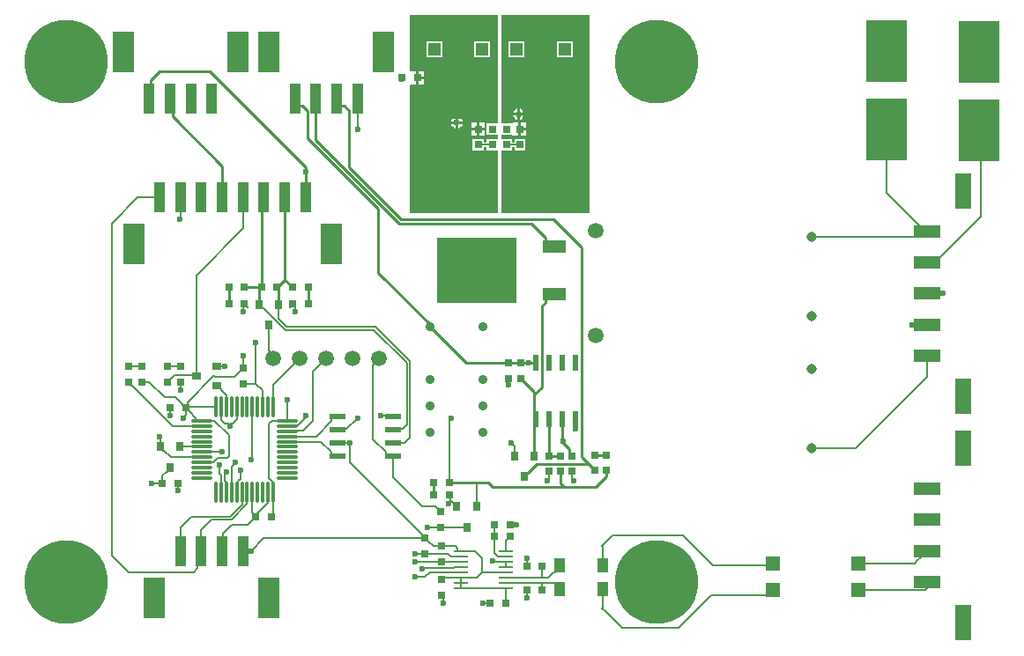
<source format=gtl>
G04*
G04 #@! TF.GenerationSoftware,Altium Limited,Altium Designer,19.0.15 (446)*
G04*
G04 Layer_Physical_Order=1*
G04 Layer_Color=255*
%FSLAX25Y25*%
%MOIN*%
G70*
G01*
G75*
%ADD12C,0.00600*%
%ADD18C,0.01000*%
%ADD44R,0.10000X0.05000*%
%ADD45R,0.06496X0.13504*%
%ADD46R,0.02953X0.03150*%
%ADD47R,0.03937X0.11811*%
%ADD48R,0.07874X0.15748*%
%ADD49R,0.03150X0.02953*%
%ADD50R,0.05512X0.05512*%
%ADD51R,0.04331X0.05315*%
%ADD52O,0.08268X0.01181*%
%ADD53O,0.01181X0.08268*%
%ADD54R,0.02756X0.03543*%
%ADD55R,0.15748X0.23622*%
%ADD56R,0.03543X0.02756*%
%ADD57R,0.08661X0.04724*%
%ADD58R,0.30000X0.25000*%
%ADD59R,0.02362X0.06102*%
%ADD60R,0.05500X0.01100*%
%ADD61R,0.06102X0.02362*%
%ADD62R,0.04724X0.04724*%
%ADD63R,0.14173X0.04724*%
%ADD64C,0.31496*%
%ADD65C,0.05906*%
%ADD66C,0.03838*%
%ADD67C,0.03543*%
%ADD68C,0.02362*%
G36*
X-58071Y75669D02*
X-58160Y75206D01*
X-58571Y75206D01*
X-62313D01*
Y70857D01*
X-58160Y70857D01*
X-58071Y70394D01*
Y69764D01*
X-58160Y69301D01*
X-58571Y69301D01*
X-62313D01*
Y68044D01*
X-63475D01*
Y69301D01*
X-67628D01*
Y64951D01*
X-63475D01*
Y66208D01*
X-62313D01*
Y64951D01*
X-58160Y64951D01*
X-58071Y64488D01*
Y41339D01*
X-91535D01*
Y89749D01*
X-91158Y90043D01*
X-91035Y90043D01*
X-89083D01*
Y92520D01*
Y94996D01*
X-91035D01*
X-91158Y94996D01*
X-91535Y95291D01*
Y116142D01*
X-58071D01*
Y75669D01*
D02*
G37*
G36*
X-23425Y41339D02*
X-56890D01*
Y64488D01*
X-56801Y64951D01*
X-56390Y64951D01*
X-52648D01*
Y66208D01*
X-51880D01*
Y64951D01*
X-47727D01*
Y69301D01*
X-51880D01*
Y68044D01*
X-52648D01*
Y69301D01*
X-56801Y69301D01*
X-56890Y69764D01*
Y70394D01*
X-56801Y70857D01*
X-56390Y70857D01*
X-52780D01*
X-52648Y70857D01*
X-52280Y70539D01*
Y70457D01*
X-50303D01*
Y73032D01*
Y75606D01*
X-52280D01*
Y75524D01*
X-52648Y75206D01*
X-52780Y75206D01*
X-56801Y75206D01*
X-56890Y75669D01*
Y116142D01*
X-23425D01*
Y41339D01*
D02*
G37*
%LPC*%
G36*
X-61014Y106309D02*
X-66939D01*
Y100384D01*
X-61014D01*
Y106309D01*
D02*
G37*
G36*
X-79124D02*
X-85049D01*
Y100384D01*
X-79124D01*
Y106309D01*
D02*
G37*
G36*
X-88083Y94996D02*
Y93020D01*
X-86008D01*
Y94996D01*
X-88083D01*
D02*
G37*
G36*
X-86008Y92020D02*
X-88083D01*
Y90043D01*
X-86008D01*
Y92020D01*
D02*
G37*
G36*
X-73122Y77648D02*
Y76024D01*
X-71498D01*
X-71567Y76375D01*
X-72050Y77096D01*
X-72771Y77578D01*
X-73122Y77648D01*
D02*
G37*
G36*
X-74122D02*
X-74473Y77578D01*
X-75195Y77096D01*
X-75677Y76375D01*
X-75746Y76024D01*
X-74122D01*
Y77648D01*
D02*
G37*
G36*
X-63075Y75606D02*
X-65051D01*
Y73532D01*
X-63075D01*
Y75606D01*
D02*
G37*
G36*
X-66051D02*
X-68028D01*
Y73532D01*
X-66051D01*
Y75606D01*
D02*
G37*
G36*
X-71498Y75024D02*
X-73122D01*
Y73399D01*
X-72771Y73469D01*
X-72050Y73951D01*
X-71567Y74673D01*
X-71498Y75024D01*
D02*
G37*
G36*
X-74122D02*
X-75746D01*
X-75677Y74673D01*
X-75195Y73951D01*
X-74473Y73469D01*
X-74122Y73399D01*
Y75024D01*
D02*
G37*
G36*
X-63075Y72531D02*
X-65051D01*
Y70457D01*
X-63075D01*
Y72531D01*
D02*
G37*
G36*
X-66051D02*
X-68028D01*
Y70457D01*
X-66051D01*
Y72531D01*
D02*
G37*
G36*
X-29912Y106309D02*
X-35836D01*
Y100384D01*
X-29912D01*
Y106309D01*
D02*
G37*
G36*
X-48022D02*
X-53947D01*
Y100384D01*
X-48022D01*
Y106309D01*
D02*
G37*
G36*
X-49697Y80865D02*
Y79240D01*
X-48072D01*
X-48142Y79591D01*
X-48624Y80313D01*
X-49346Y80795D01*
X-49697Y80865D01*
D02*
G37*
G36*
X-50697D02*
X-51048Y80795D01*
X-51769Y80313D01*
X-52251Y79591D01*
X-52321Y79240D01*
X-50697D01*
Y80865D01*
D02*
G37*
G36*
X-48072Y78240D02*
X-49697D01*
Y76616D01*
X-49346Y76686D01*
X-48624Y77168D01*
X-48142Y77889D01*
X-48072Y78240D01*
D02*
G37*
G36*
X-50697D02*
X-52321D01*
X-52251Y77889D01*
X-51769Y77168D01*
X-51048Y76686D01*
X-50697Y76616D01*
Y78240D01*
D02*
G37*
G36*
X-47327Y75606D02*
X-49303D01*
Y73532D01*
X-47327D01*
Y75606D01*
D02*
G37*
G36*
Y72531D02*
X-49303D01*
Y70457D01*
X-47327D01*
Y72531D01*
D02*
G37*
%LPD*%
D12*
X-54983Y-94686D02*
X-54733Y-94436D01*
X104319Y-20681D02*
Y-12849D01*
X77126Y-47874D02*
X104319Y-20681D01*
X60630Y-47874D02*
X77126D01*
X-159449Y-38386D02*
X-158465D01*
X101202Y32126D02*
X103471Y34395D01*
X60630Y32126D02*
X101202D01*
X98425Y-1181D02*
X104176D01*
X104319Y-1038D01*
X96593Y41273D02*
X103471Y34395D01*
X96522Y41273D02*
X96593D01*
X88779Y49016D02*
Y72835D01*
Y49016D02*
X96522Y41273D01*
X103471Y34395D02*
X104319D01*
Y10773D02*
X110236D01*
X124521Y39875D02*
Y72638D01*
X106299Y21654D02*
X124521Y39875D01*
X-85630Y-81693D02*
X-85492D01*
X-146653D02*
X-85630D01*
X-114173Y-53012D02*
X-85492Y-81693D01*
X-114173Y-53012D02*
Y-45807D01*
X-69882Y-77756D02*
X-68898D01*
X-79724D02*
X-69882D01*
X-84646D02*
X-79724D01*
X43878Y-103347D02*
X45768Y-101457D01*
X22638Y-103347D02*
X43878D01*
X10276Y-115708D02*
X22638Y-103347D01*
X-11260Y-115708D02*
X10276D01*
X23329Y-92227D02*
X44998D01*
X11811Y-80709D02*
X23329Y-92227D01*
X-14764Y-80709D02*
X11811D01*
X-17426Y-109543D02*
X-11260Y-115708D01*
X-17426Y-109543D02*
Y-109444D01*
X-18602Y-108268D02*
X-17426Y-109444D01*
X-18701Y-108268D02*
X-18602D01*
X-17426Y-83371D02*
X-14764Y-80709D01*
X-17426Y-83469D02*
Y-83371D01*
X-18602Y-84646D02*
X-17426Y-83469D01*
X-18701Y-84646D02*
X-18602D01*
X-18701Y-108268D02*
X-18504Y-108071D01*
Y-101085D01*
X-181890Y-51181D02*
X-170079D01*
X-184355Y-48716D02*
X-181890Y-51181D01*
X-184749Y-48716D02*
X-184355D01*
X-185827Y-47638D02*
X-184749Y-48716D01*
X-185827Y-47638D02*
Y-47244D01*
X-53150Y-45807D02*
X-51772Y-47185D01*
Y-50591D02*
Y-47185D01*
X-60039Y-90551D02*
X-59845Y-90746D01*
X-54983D01*
Y-92716D02*
Y-90746D01*
X-75787Y-36894D02*
Y-36417D01*
X-76378Y-37485D02*
X-75787Y-36894D01*
X-76378Y-60630D02*
Y-37485D01*
X-66142Y-60827D02*
X-65945Y-60630D01*
X-66142Y-69882D02*
Y-60827D01*
X-75609Y-67895D02*
X-75094Y-68410D01*
X-76125Y-67379D02*
X-75609Y-67895D01*
X-76612Y-68898D02*
X-75609Y-67895D01*
X-76772Y-68898D02*
X-76612D01*
X-73622Y-69882D02*
Y-69488D01*
X-74700Y-68410D02*
X-73622Y-69488D01*
X-75094Y-68410D02*
X-74700D01*
X-76125Y-67379D02*
Y-65608D01*
X-76378Y-65354D02*
X-76125Y-65608D01*
X-130906Y-36163D02*
Y-35433D01*
X-134113Y-39370D02*
X-130906Y-36163D01*
X-127953Y-37402D02*
Y-18701D01*
X-131779Y-41227D02*
X-127953Y-37402D01*
X-137684Y-41227D02*
X-131779D01*
X-137795Y-39370D02*
X-134113D01*
X-184055Y-28543D02*
X-180118D01*
X-177456Y-31205D01*
Y-31304D02*
Y-31205D01*
Y-31304D02*
X-176279Y-32480D01*
X-176181D01*
X-189961Y-22638D02*
X-184055Y-28543D01*
X-192913Y-22638D02*
X-189961D01*
X-177165Y-36169D02*
X-176181Y-35185D01*
X-177165Y-36417D02*
Y-36169D01*
X-176181Y-35185D02*
Y-32480D01*
X-165276Y-37402D02*
X-159843Y-42835D01*
X-170079Y-37402D02*
X-165276D01*
X-159843Y-50591D02*
Y-42835D01*
X-160546Y-51294D02*
X-159843Y-50591D01*
X-164153Y-51294D02*
X-160546D01*
X-165898Y-53038D02*
X-164153Y-51294D01*
X-169968Y-53038D02*
X-165898D01*
X-170079Y-53150D02*
X-169968Y-53038D01*
X-163386Y-57345D02*
Y-54134D01*
Y-57345D02*
X-162795Y-57936D01*
Y-64370D02*
Y-57936D01*
X-170079Y-49213D02*
X-162402D01*
X-161305Y-57007D02*
X-160887Y-56590D01*
X-158806Y-54767D02*
X-157480Y-53442D01*
X-158806Y-64318D02*
Y-54767D01*
X-155512Y-59309D02*
Y-56221D01*
X-161305Y-60192D02*
Y-57007D01*
X-156412Y-63892D02*
Y-60209D01*
X-155512Y-59309D01*
X-156890Y-64370D02*
X-156412Y-63892D01*
X-158858Y-64370D02*
X-158806Y-64318D01*
X-160827Y-64370D02*
Y-60669D01*
X-161305Y-60192D02*
X-160827Y-60669D01*
X-157480Y-53442D02*
Y-53150D01*
X-137795Y-29528D02*
X-137795Y-29528D01*
Y-37402D02*
Y-29528D01*
X-118585Y-40495D02*
X-115298D01*
X-118898Y-40807D02*
X-118585Y-40495D01*
X-115298D02*
X-111221Y-36417D01*
X-162246Y-86458D02*
Y-80160D01*
X-158858Y-76772D01*
X-162402Y-86614D02*
X-162246Y-86458D01*
X-158858Y-76772D02*
X-152775D01*
X-150881Y-74878D01*
Y-74779D01*
X-149705Y-73603D01*
X-149606D01*
X-149705Y-73201D02*
X-145079Y-68575D01*
Y-64370D01*
X-105315Y-44291D02*
X-100371Y-49235D01*
Y-49926D02*
Y-49235D01*
Y-49926D02*
X-99490Y-50807D01*
X-97638D01*
X-105315Y-44291D02*
Y-16448D01*
X-103032Y-14164D01*
Y-13780D01*
X-151453Y-52165D02*
Y-51688D01*
X-150984Y-51220D01*
Y-32087D01*
X-154528Y-17362D02*
Y-12795D01*
X-149661Y-23268D02*
Y-7874D01*
X-154528Y-23268D02*
X-149661D01*
X-147047Y-25881D01*
X-111221Y73032D02*
Y84646D01*
X-147047Y-32087D02*
Y-25881D01*
X-175787Y-32087D02*
X-175495Y-31794D01*
X-176181Y-32480D02*
X-175787Y-32087D01*
X-165106Y-20563D02*
X-165000Y-20669D01*
X-165603Y-20563D02*
X-165106D01*
X-175495Y-30455D02*
X-165603Y-20563D01*
X-175495Y-31794D02*
Y-30455D01*
X-165000Y-20669D02*
X-157835D01*
X-155802Y-18637D01*
X-155704D01*
X-154528Y-17461D01*
Y-17362D01*
X-160887Y-32026D02*
Y-27696D01*
X-162898Y-25684D02*
X-160887Y-27696D01*
Y-32026D02*
X-160827Y-32087D01*
X-162795Y-37008D02*
Y-32087D01*
Y-37008D02*
X-161417Y-38386D01*
X-159449Y-39370D02*
Y-38893D01*
X-161417Y-16732D02*
X-161417Y-16732D01*
X-164370Y-16732D02*
X-161417D01*
X-161417Y-38386D02*
X-159941D01*
Y-38401D02*
Y-38386D01*
Y-38401D02*
X-159449Y-38893D01*
X-156890Y-36811D02*
Y-32087D01*
X-158465Y-38386D02*
X-156890Y-36811D01*
X-144685Y-59113D02*
Y-38500D01*
Y-59113D02*
X-143110Y-60687D01*
X-144685Y-38500D02*
X-143587Y-37402D01*
X-143110Y-64370D02*
Y-60687D01*
X-143587Y-37402D02*
X-137795D01*
X-86614Y-69882D02*
X-81693D01*
X-80999Y-70576D01*
X-80901D01*
X-79724Y-71752D01*
Y-71850D02*
Y-71752D01*
X-97638Y-58858D02*
X-86614Y-69882D01*
X-97638Y-58858D02*
Y-50807D01*
X-104948Y-2953D02*
X-92520Y-15382D01*
X-104452Y-1753D02*
X-91320Y-14885D01*
X-94038Y-40412D02*
X-92520Y-38893D01*
X-137994Y-1753D02*
X-104452D01*
X-92520Y-38893D02*
Y-15382D01*
X-93504Y-45807D02*
X-91320Y-43623D01*
Y-14885D01*
X-138491Y-2953D02*
X-104948D01*
X-118898Y-45807D02*
X-114173D01*
X-126903Y-43307D02*
X-121132Y-37537D01*
X-137795Y-43307D02*
X-126903D01*
X-121132Y-37537D02*
Y-36688D01*
X-120251Y-35807D01*
X-118898D01*
X-124934Y-45276D02*
X-121132Y-49077D01*
X-137795Y-45276D02*
X-124934D01*
X-84355Y-82968D02*
X-82480Y-84842D01*
X-84453Y-82968D02*
X-84355D01*
X-85630Y-81791D02*
X-84453Y-82968D01*
X-85630Y-81791D02*
Y-81693D01*
X-82480Y-84842D02*
X-79331D01*
X-151575Y-86614D02*
X-146653Y-81693D01*
X-154528Y-86614D02*
X-154527Y-86614D01*
X-151575D01*
X-179134Y-63892D02*
Y-61024D01*
X-179134Y-61024D01*
X-102362Y-35433D02*
X-98012D01*
X-97638Y-35807D01*
Y-45807D02*
X-93504D01*
X-140945Y1198D02*
X-137994Y-1753D01*
X-140945Y1198D02*
Y6693D01*
X-154528Y3937D02*
Y6201D01*
X-153937Y6791D01*
X-134843Y3937D02*
Y6004D01*
X-135630Y6791D02*
X-134843Y6004D01*
X-146670Y5226D02*
X-138491Y-2953D01*
X-147347Y5226D02*
X-146670D01*
X-148425Y6304D02*
X-147347Y5226D01*
X-148425Y6304D02*
Y6693D01*
X-144685Y-1181D02*
X-143841Y-337D01*
X-136905Y5615D02*
X-135728Y6791D01*
X-136905Y5517D02*
Y5615D01*
X-97242Y-40412D02*
X-94038D01*
X-97638Y-40807D02*
X-97242Y-40412D01*
X-143110Y-32087D02*
Y-23858D01*
X-133031Y-13780D01*
X-127953Y-18701D02*
X-123031Y-13780D01*
X-137795Y-41339D02*
X-137684Y-41227D01*
X-120251Y-50807D02*
X-118898D01*
X-121132Y-49926D02*
X-120251Y-50807D01*
X-121132Y-49926D02*
Y-49077D01*
X-186024Y-43307D02*
X-185827Y-43504D01*
Y-47244D02*
Y-43504D01*
X-178150Y-25684D02*
X-178150Y-25684D01*
X-178150Y-25684D02*
Y-22638D01*
X-154528Y35433D02*
Y47245D01*
X-172244Y17717D02*
X-154528Y35433D01*
X-172244Y-20472D02*
Y17717D01*
X-145332Y-534D02*
X-144685Y-1181D01*
X-152662Y5517D02*
Y5615D01*
X-153839Y6791D02*
X-152662Y5615D01*
X-153937Y6791D02*
X-153839D01*
X-135728D02*
X-135630D01*
X-143032Y-13780D02*
Y-12429D01*
X-144685Y-10775D02*
X-143032Y-12429D01*
X-144685Y-10775D02*
Y-1181D01*
X-83859Y-94686D02*
X-72183D01*
X-85630Y-96457D02*
X-83859Y-94686D01*
X-89567Y-96457D02*
X-85630D01*
X-86614Y-93504D02*
X-86333Y-93223D01*
X-74890D01*
X-74383Y-92716D01*
X-72183D01*
X-89565Y-90748D02*
X-79331D01*
X-89567Y-90746D02*
X-89565Y-90748D01*
X-85630Y-87598D02*
X-76965D01*
X-75787Y-88776D02*
X-72183D01*
X-76965Y-87598D02*
X-75787Y-88776D01*
X-89567Y-87598D02*
X-85630D01*
X-150881Y-72427D02*
X-149705Y-73603D01*
X-150881Y-72427D02*
Y-72178D01*
X-150984Y-72075D02*
X-150881Y-72178D01*
X-150984Y-72075D02*
Y-64370D01*
X-143701Y-73603D02*
X-143110Y-73013D01*
Y-64370D01*
X-181102Y-39370D02*
X-170079D01*
X-196560Y-23913D02*
X-181102Y-39370D01*
X-196658Y-23913D02*
X-196560D01*
X-197835Y-22736D02*
X-196658Y-23913D01*
X-197835Y-22736D02*
Y-22638D01*
X-178346Y-47244D02*
X-170079D01*
X-182087Y-35433D02*
Y-32480D01*
X-182087Y-32480D02*
X-182087Y-32480D01*
X-176181Y-32480D02*
X-176083D01*
X-174906Y-33657D01*
Y-33755D02*
Y-33657D01*
Y-33755D02*
X-172399Y-36263D01*
Y-37133D02*
Y-36263D01*
Y-37133D02*
X-172131Y-37402D01*
X-170079D01*
X-175787Y-32087D02*
X-164764D01*
X-162898Y-25684D02*
Y-25291D01*
X-163976Y-24213D02*
X-162898Y-25291D01*
X-164370Y-24213D02*
X-163976D01*
X-180596Y-20163D02*
X-172554D01*
X-181796Y-21363D02*
X-180596Y-20163D01*
X-181895Y-21363D02*
X-181796D01*
X-183071Y-22539D02*
X-181895Y-21363D01*
X-183071Y-22638D02*
Y-22539D01*
X-172554Y-20163D02*
X-172244Y-20472D01*
X-183071Y-16732D02*
X-178150D01*
X-197835D02*
X-192913D01*
X-178346Y39002D02*
X-178150Y39198D01*
Y47245D01*
X-188976Y-61024D02*
X-185039D01*
Y-58071D01*
X-183558Y-56590D01*
X-183165D01*
X-182087Y-55512D01*
Y-55118D01*
X-194385Y47245D02*
X-186024D01*
X-204228Y37402D02*
X-194385Y47245D01*
X-204228Y-88293D02*
X-197835Y-94686D01*
X-204228Y-88293D02*
Y37402D01*
X-197835Y-94686D02*
X-173228D01*
X-171610Y-87948D02*
X-170276Y-86614D01*
X-171610Y-93068D02*
Y-87948D01*
X-173228Y-94686D02*
X-171610Y-93068D01*
X-178150Y-86614D02*
Y-77756D01*
X-173997Y-73603D01*
X-159355D01*
X-154921Y-69169D01*
Y-64370D01*
X-170276Y-86614D02*
Y-78740D01*
X-166339Y-74803D01*
X-158858D01*
X-152953Y-68898D01*
Y-64370D01*
X-78740Y-106299D02*
Y-103937D01*
X-79331Y-103347D02*
X-78740Y-103937D01*
X-63895Y-106299D02*
X-61024D01*
X-18701Y-84646D02*
X-18504Y-84842D01*
Y-92227D02*
Y-84842D01*
X-47244Y-104331D02*
Y-101378D01*
Y-92520D02*
Y-89568D01*
X-41339Y-96656D02*
X-39075D01*
X-54983D02*
X-41339D01*
Y-92520D02*
X-41339Y-92520D01*
X-41339Y-96656D02*
Y-92520D01*
Y-98626D02*
X-37105D01*
X-54983D02*
X-41339D01*
X-41339Y-98626D01*
Y-101378D02*
Y-98626D01*
X103544Y-101457D02*
X104606Y-100394D01*
X78248Y-101457D02*
X103544D01*
X102106Y-88582D02*
X104606D01*
X99906Y-90782D02*
X102106Y-88582D01*
X99906Y-91105D02*
Y-90782D01*
X99555Y-91457D02*
X99906Y-91105D01*
X78248Y-91457D02*
X99555D01*
X44998Y-92227D02*
X45768Y-91457D01*
X-34646Y-101085D02*
Y-100593D01*
X-36511Y-98727D02*
X-34646Y-100593D01*
X-37003Y-98727D02*
X-36511D01*
X-37105Y-98626D02*
X-37003Y-98727D01*
X-39075Y-96656D02*
X-37003Y-94584D01*
X-36511D01*
X-34646Y-92719D01*
Y-92227D01*
X-79331Y-90748D02*
X-79329Y-90746D01*
X-72183D01*
X-63975Y-94686D02*
Y-89568D01*
X-66738Y-86806D02*
X-63975Y-89568D01*
X-72183Y-86806D02*
X-66738D01*
X-74146Y-84842D02*
X-73281Y-85707D01*
Y-86556D02*
Y-85707D01*
Y-86556D02*
X-73031Y-86806D01*
X-72183D01*
X-79331Y-84842D02*
X-74146D01*
X-72183Y-100596D02*
X-54983D01*
X-72183Y-98626D02*
Y-96656D01*
Y-100596D02*
Y-98626D01*
Y-96656D02*
X-65945D01*
X-78546D02*
X-72183D01*
X-79331Y-97441D02*
X-78546Y-96656D01*
X-65945D02*
X-63975Y-94686D01*
X-54983D01*
X-55118Y-106299D02*
Y-100731D01*
X-54983Y-100596D01*
X-29528Y-60039D02*
Y-59562D01*
X-30118Y-58972D02*
X-29528Y-59562D01*
X-30118Y-58972D02*
Y-56496D01*
X-39370Y-60039D02*
Y-59562D01*
X-38780Y-58972D01*
Y-56496D01*
X-53543Y-76772D02*
X-51181D01*
X-53642Y-81102D02*
X-53543D01*
X-54818Y-82279D02*
X-53642Y-81102D01*
X-54818Y-82466D02*
Y-82279D01*
X-54983Y-82630D02*
X-54818Y-82466D01*
X-54983Y-86806D02*
Y-82630D01*
X-59449Y-81102D02*
Y-76772D01*
Y-87398D02*
Y-81102D01*
X-58071Y-88776D02*
X-54983D01*
X-59449Y-87398D02*
X-58071Y-88776D01*
X-54724Y67126D02*
X-49803D01*
X-65551D02*
X-60236D01*
X124520Y102362D02*
X124521Y102363D01*
X123819Y102362D02*
X124520D01*
X123819Y72638D02*
X124521D01*
D18*
X-103336Y18690D02*
X-82820Y-1825D01*
X-69961Y-15354D02*
X-54134D01*
X-83661Y-1654D02*
X-69961Y-15354D01*
X-103336Y18690D02*
Y43003D01*
X-44291Y-27559D02*
Y-26378D01*
Y-50591D02*
Y-27559D01*
X-41339Y6102D02*
X-40087Y7354D01*
Y8768D01*
X-38225Y10630D01*
X-36811D01*
X-41339Y-24606D02*
Y6102D01*
X-44291Y-27559D02*
X-41339Y-24606D01*
X-33720Y-44985D02*
Y-36614D01*
X-65945Y-60630D02*
X-61927D01*
X-76378D02*
X-65945D01*
X-129724Y6791D02*
Y13189D01*
X-148425Y12303D02*
X-147539Y13189D01*
X-148425Y6693D02*
Y12303D01*
X-141634Y13189D02*
X-140945Y12500D01*
Y6693D02*
Y12500D01*
X-138780Y16043D02*
X-136902Y14165D01*
X-136606D01*
X-135630Y13189D01*
X-140559Y14264D02*
X-138780Y16043D01*
X-140559Y14165D02*
Y14264D01*
X-141535Y13189D02*
X-140559Y14165D01*
X-141634Y13189D02*
X-141535D01*
X-138780Y16043D02*
Y47245D01*
X-147539Y46359D02*
X-146654Y47245D01*
X-147539Y13189D02*
Y46359D01*
X-153937Y13189D02*
X-147539D01*
X-159843Y6791D02*
Y13189D01*
X-162402Y47245D02*
Y59055D01*
X-181172Y77826D02*
X-162402Y59055D01*
X-181172Y77826D02*
Y83732D01*
X-182087Y84646D02*
X-181172Y83732D01*
X-130905Y57087D02*
Y58642D01*
X-186024Y94996D02*
X-167259D01*
X-130905Y58642D01*
X-189554Y91465D02*
X-186024Y94996D01*
X-189554Y85052D02*
Y91465D01*
X-189961Y84646D02*
X-189554Y85052D01*
X-130037Y69703D02*
X-103336Y43003D01*
X-130037Y69703D02*
Y79840D01*
X-131960Y81763D02*
X-130037Y79840D01*
X-133374Y81763D02*
X-131960D01*
X-134843Y83232D02*
X-133374Y81763D01*
X-134843Y83232D02*
Y84646D01*
X-60236Y-62321D02*
X-33152D01*
X-61927Y-60630D02*
X-60236Y-62321D01*
X-82284Y-65354D02*
Y-60630D01*
X-46565Y-15354D02*
X-43720D01*
X-49409D02*
X-46565D01*
X-54134D02*
X-49409D01*
X-43720D02*
X-43720Y-15354D01*
X-48335Y-22335D02*
X-44291Y-26378D01*
X-48433Y-22335D02*
X-48335D01*
X-49409Y-21358D02*
X-48433Y-22335D01*
X-49409Y-21358D02*
Y-21260D01*
X-31095Y-49614D02*
Y-48098D01*
X-33720Y-45472D02*
X-31095Y-48098D01*
Y-49614D02*
X-30118Y-50591D01*
X-38780D02*
X-34449D01*
X-38780D02*
X-38721Y-50532D01*
Y-36614D01*
X-21457Y-50315D02*
X-17126D01*
Y-58465D02*
Y-56221D01*
X-20982Y-62321D02*
X-17126Y-58465D01*
X-33152Y-62321D02*
X-20982D01*
X-34449Y-61024D02*
X-33152Y-62321D01*
X-34449Y-61024D02*
Y-56496D01*
X-26439Y-51238D02*
X-23856Y-53821D01*
X-22532Y-55146D01*
X-43388Y-53821D02*
X-23856D01*
X-46760Y-57193D02*
X-43388Y-53821D01*
X-47153Y-57193D02*
X-46760D01*
X-48031Y-58071D02*
X-47153Y-57193D01*
X-48031Y-58465D02*
Y-58071D01*
X-22532Y-55146D02*
X-22433D01*
X-21457Y-56122D01*
Y-56221D02*
Y-56122D01*
X-26439Y-51238D02*
Y28321D01*
X-37120Y39002D02*
X-26439Y28321D01*
X-94810Y39002D02*
X-37120D01*
X-114289Y58481D02*
X-94810Y39002D01*
X-114289Y58481D02*
Y79840D01*
X-116212Y81763D02*
X-114289Y79840D01*
X-117626Y81763D02*
X-116212D01*
X-119095Y83232D02*
X-117626Y81763D01*
X-119095Y83232D02*
Y84646D01*
X-95473Y37402D02*
X-45472D01*
X-40087Y32016D01*
X-126969Y68898D02*
X-95473Y37402D01*
X-126969Y68898D02*
Y84646D01*
X-40087Y30602D02*
Y32016D01*
Y30602D02*
X-38225Y28740D01*
X-36811D01*
X-130905Y47245D02*
Y57087D01*
X-130906Y47245D02*
X-130905Y47245D01*
D44*
X104331Y-98426D02*
D03*
Y-86615D02*
D03*
Y-74803D02*
D03*
Y-62992D02*
D03*
X104319Y-12849D02*
D03*
Y-1038D02*
D03*
Y10773D02*
D03*
Y22584D02*
D03*
Y34395D02*
D03*
D45*
X117835Y-47677D02*
D03*
Y-113741D02*
D03*
X117823Y49710D02*
D03*
Y-28164D02*
D03*
D46*
X-192913Y-22638D02*
D03*
Y-16732D02*
D03*
X-197835D02*
D03*
Y-22638D02*
D03*
X-85630Y-81693D02*
D03*
Y-87598D02*
D03*
X-154528Y-23268D02*
D03*
Y-17362D02*
D03*
X-79724Y-77756D02*
D03*
Y-71850D02*
D03*
X-178150Y-22638D02*
D03*
Y-16732D02*
D03*
X-183071D02*
D03*
Y-22638D02*
D03*
X-79331Y-90748D02*
D03*
Y-84842D02*
D03*
X-49409Y-15354D02*
D03*
Y-21260D02*
D03*
X-30118Y-50591D02*
D03*
Y-56496D02*
D03*
X-17126Y-56221D02*
D03*
Y-50315D02*
D03*
X-34449Y-56496D02*
D03*
Y-50591D02*
D03*
X-21457Y-50315D02*
D03*
Y-56221D02*
D03*
X-54134Y-15354D02*
D03*
Y-21260D02*
D03*
X-38780Y-50591D02*
D03*
Y-56496D02*
D03*
X-79331Y-97441D02*
D03*
Y-103347D02*
D03*
X-65551Y67126D02*
D03*
Y73032D02*
D03*
X-60236D02*
D03*
Y67126D02*
D03*
X-49803D02*
D03*
Y73032D02*
D03*
X-54724D02*
D03*
Y67126D02*
D03*
D47*
X-162402Y-86614D02*
D03*
X-154528D02*
D03*
X-170276D02*
D03*
X-178150D02*
D03*
X-111221Y84646D02*
D03*
X-119095D02*
D03*
X-134843D02*
D03*
X-126969D02*
D03*
X-166339D02*
D03*
X-174213D02*
D03*
X-189961D02*
D03*
X-182087D02*
D03*
X-186024Y47245D02*
D03*
X-178150D02*
D03*
X-170276D02*
D03*
X-162402D02*
D03*
X-154528D02*
D03*
X-146654D02*
D03*
X-130906D02*
D03*
X-138780D02*
D03*
D48*
X-144685Y-104331D02*
D03*
X-187993D02*
D03*
X-101377Y102363D02*
D03*
X-144685D02*
D03*
X-156496D02*
D03*
X-199804D02*
D03*
X-195867Y29528D02*
D03*
X-121063D02*
D03*
D49*
X-41339Y-92520D02*
D03*
X-47244D02*
D03*
X-41339Y-101378D02*
D03*
X-47244D02*
D03*
X-185039Y-61024D02*
D03*
X-179134D02*
D03*
X-153937Y6791D02*
D03*
X-159843D02*
D03*
Y13189D02*
D03*
X-153937D02*
D03*
X-147539D02*
D03*
X-141634D02*
D03*
X-135630Y6791D02*
D03*
X-129724D02*
D03*
Y13189D02*
D03*
X-135630D02*
D03*
X-88583Y92520D02*
D03*
X-94488D02*
D03*
X-82284Y-65354D02*
D03*
X-76378D02*
D03*
X-82284Y-60630D02*
D03*
X-76378D02*
D03*
X-53543Y-81102D02*
D03*
X-59449D02*
D03*
X-55118Y-106299D02*
D03*
X-61024D02*
D03*
X-59449Y-76772D02*
D03*
X-53543D02*
D03*
X-143701Y-73603D02*
D03*
X-149606D02*
D03*
X-176181Y-32480D02*
D03*
X-182087D02*
D03*
D50*
X45768Y-91457D02*
D03*
Y-101457D02*
D03*
X78248Y-91457D02*
D03*
Y-101457D02*
D03*
D51*
X-34646Y-101085D02*
D03*
X-18504D02*
D03*
Y-92227D02*
D03*
X-34646D02*
D03*
D52*
X-170079Y-37402D02*
D03*
Y-39370D02*
D03*
Y-41339D02*
D03*
Y-43307D02*
D03*
Y-45276D02*
D03*
Y-47244D02*
D03*
Y-49213D02*
D03*
Y-51181D02*
D03*
Y-53150D02*
D03*
Y-55118D02*
D03*
Y-57087D02*
D03*
Y-59055D02*
D03*
X-137795D02*
D03*
Y-57087D02*
D03*
Y-55118D02*
D03*
Y-53150D02*
D03*
Y-51181D02*
D03*
Y-49213D02*
D03*
Y-47244D02*
D03*
Y-45276D02*
D03*
Y-43307D02*
D03*
Y-41339D02*
D03*
Y-39370D02*
D03*
Y-37402D02*
D03*
D53*
X-164764Y-64370D02*
D03*
X-162795D02*
D03*
X-160827D02*
D03*
X-158858D02*
D03*
X-156890D02*
D03*
X-154921D02*
D03*
X-152953D02*
D03*
X-150984D02*
D03*
X-149016D02*
D03*
X-147047D02*
D03*
X-145079D02*
D03*
X-143110D02*
D03*
Y-32087D02*
D03*
X-145079D02*
D03*
X-147047D02*
D03*
X-149016D02*
D03*
X-150984D02*
D03*
X-152953D02*
D03*
X-154921D02*
D03*
X-156890D02*
D03*
X-158858D02*
D03*
X-160827D02*
D03*
X-162795D02*
D03*
X-164764D02*
D03*
D54*
X-178346Y-47244D02*
D03*
X-185827D02*
D03*
X-182087Y-55118D02*
D03*
X-66142Y-69882D02*
D03*
X-73622D02*
D03*
X-69882Y-77756D02*
D03*
X-140945Y6693D02*
D03*
X-148425D02*
D03*
X-144685Y-1181D02*
D03*
X-44291Y-50591D02*
D03*
X-51772D02*
D03*
X-48031Y-58465D02*
D03*
D55*
X123819Y102362D02*
D03*
X88779Y102559D02*
D03*
Y72835D02*
D03*
X123819Y72638D02*
D03*
D56*
X-164370Y-24213D02*
D03*
Y-16732D02*
D03*
X-172244Y-20472D02*
D03*
D57*
X-36811Y28740D02*
D03*
Y10630D02*
D03*
D58*
X-65945Y19685D02*
D03*
D59*
X-43720Y-36614D02*
D03*
X-38721D02*
D03*
X-33720D02*
D03*
X-28721D02*
D03*
Y-15354D02*
D03*
X-33720D02*
D03*
X-38721D02*
D03*
X-43720D02*
D03*
D60*
X-72183Y-86806D02*
D03*
Y-88776D02*
D03*
Y-90746D02*
D03*
Y-92716D02*
D03*
Y-94686D02*
D03*
Y-96656D02*
D03*
Y-98626D02*
D03*
Y-100596D02*
D03*
X-54983D02*
D03*
Y-98626D02*
D03*
Y-96656D02*
D03*
Y-94686D02*
D03*
Y-92716D02*
D03*
Y-90746D02*
D03*
Y-88776D02*
D03*
Y-86806D02*
D03*
D61*
X-118898Y-35807D02*
D03*
Y-40807D02*
D03*
Y-45807D02*
D03*
Y-50807D02*
D03*
X-97638D02*
D03*
Y-45807D02*
D03*
Y-40807D02*
D03*
Y-35807D02*
D03*
D62*
X-63976Y103347D02*
D03*
X-73032D02*
D03*
X-82087D02*
D03*
X-32874D02*
D03*
X-41929D02*
D03*
X-50984D02*
D03*
D63*
X-73032Y79331D02*
D03*
X-41929D02*
D03*
D64*
X-221457Y98425D02*
D03*
Y-98425D02*
D03*
X1969D02*
D03*
Y98425D02*
D03*
D65*
X-103032Y-13780D02*
D03*
X-113031D02*
D03*
X-123031D02*
D03*
X-133031D02*
D03*
X-143032D02*
D03*
X-21248Y34449D02*
D03*
Y-4921D02*
D03*
D66*
X60630Y32126D02*
D03*
Y2126D02*
D03*
Y-17874D02*
D03*
Y-47874D02*
D03*
D67*
X-83661Y-21654D02*
D03*
Y-31654D02*
D03*
Y-41654D02*
D03*
X-63661D02*
D03*
Y-31654D02*
D03*
Y-21654D02*
D03*
Y-1654D02*
D03*
X-83661D02*
D03*
D68*
X98425Y-1181D02*
D03*
X110236Y10773D02*
D03*
X-33465Y-44985D02*
D03*
X-53150Y-45807D02*
D03*
X-60039Y-90551D02*
D03*
X-75787Y-36417D02*
D03*
X-76772Y-68898D02*
D03*
X-130906Y-35433D02*
D03*
X-177165Y-36417D02*
D03*
X-163386Y-54134D02*
D03*
X-162402Y-49213D02*
D03*
X-160887Y-56590D02*
D03*
X-155512Y-56221D02*
D03*
X-137795Y-29528D02*
D03*
X-111221Y-36417D02*
D03*
X-50197Y78740D02*
D03*
X-154528Y-12795D02*
D03*
X-149661Y-7874D02*
D03*
X-151453Y-52165D02*
D03*
X-111221Y73032D02*
D03*
X-159449Y-39370D02*
D03*
X-161417Y-16732D02*
D03*
X-84646Y-77756D02*
D03*
X-73622Y75524D02*
D03*
X-114173Y-45807D02*
D03*
X-151575Y-86614D02*
D03*
X-179134Y-63892D02*
D03*
X-102362Y-35433D02*
D03*
X-154528Y3937D02*
D03*
X-134843D02*
D03*
X-186024Y-43307D02*
D03*
X-178150Y-25684D02*
D03*
X-89567Y-96457D02*
D03*
X-157480Y-53150D02*
D03*
X-86614Y-93504D02*
D03*
X-89567Y-90746D02*
D03*
Y-87598D02*
D03*
X-182087Y-35433D02*
D03*
X-178346Y39002D02*
D03*
X-188976Y-61024D02*
D03*
X-78740Y-106299D02*
D03*
X-63895D02*
D03*
X-47244Y-104331D02*
D03*
Y-89568D02*
D03*
X-29528Y-60039D02*
D03*
X-39370D02*
D03*
X-51181Y-76772D02*
D03*
X-54134Y-23622D02*
D03*
X-46565Y-15354D02*
D03*
X-28721Y-40354D02*
D03*
X-94488Y92020D02*
D03*
X-50984Y103347D02*
D03*
X-82087D02*
D03*
X-130905Y57087D02*
D03*
X-166339Y84646D02*
D03*
X-174213D02*
D03*
X-170276Y45276D02*
D03*
Y49213D02*
D03*
X-162402Y-88776D02*
D03*
X-74803Y10630D02*
D03*
X-58571Y19685D02*
D03*
X-74803Y28740D02*
D03*
X-32874Y103347D02*
D03*
X-54724Y73032D02*
D03*
X-60236D02*
D03*
X-63976Y103347D02*
D03*
X86614Y102363D02*
D03*
X124521D02*
D03*
M02*

</source>
